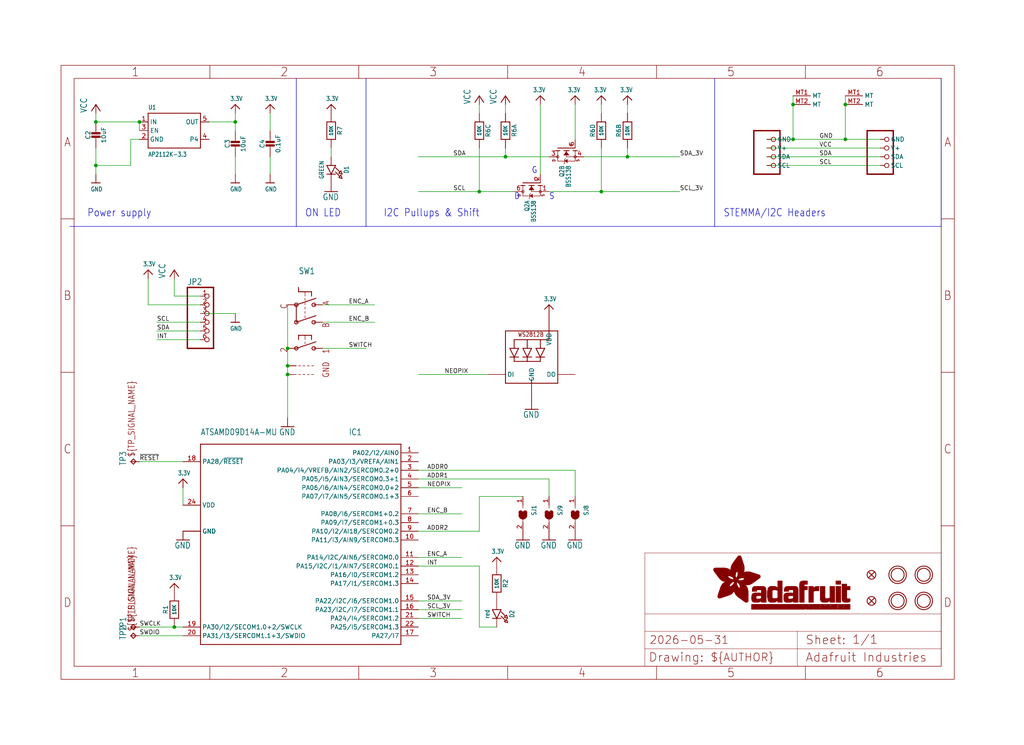
<source format=kicad_sch>
(kicad_sch (version 20230121) (generator eeschema)
  (paper "User" 298.45 217.322)
  (lib_symbols
    (symbol "working-eagle-import:3.3V" (power)
      (property "Value" "3.3V" (at -1.524 1.016 0))
      (symbol "3.3V_1_0"
        (pin power_in line (at 0 -2.54 90) (length 2.54) (name "3.3V") (number "1"))
      )
    )
    (symbol "working-eagle-import:ATSAMD09D14A-MU"
      (property "Reference" "IC" (at 12.7 33.02 0))
      (symbol "ATSAMD09D14A-MU_1_0"
        (pin bidirectional line (at 33.02 27.94 180) (length 5.08) (name "PA02/I2/AIN0") (number "1"))
        (pin bidirectional line (at 33.02 2.54 180) (length 5.08) (name "PA11/I3/AIN9/SERCOM0.3") (number "10"))
        (pin bidirectional line (at 33.02 -2.54 180) (length 5.08) (name "PA14/I2C/AIN6/SERCOM0.0") (number "11"))
        (pin bidirectional line (at 33.02 -5.08 180) (length 5.08) (name "PA15/I2C/I1/AIN7/SERCOM0.1") (number "12"))
        (pin bidirectional line (at 33.02 -7.62 180) (length 5.08) (name "PA16/I0/SERCOM1.2") (number "13"))
        (pin bidirectional line (at 33.02 -10.16 180) (length 5.08) (name "PA17/I1/SERCOM1.3") (number "14"))
        (pin bidirectional line (at 33.02 -15.24 180) (length 5.08) (name "PA22/I2C/I6/SERCOM1.0") (number "15"))
        (pin bidirectional line (at 33.02 -17.78 180) (length 5.08) (name "PA23/I2C/I7/SERCOM1.1") (number "16"))
        (pin bidirectional line (at 33.02 -25.4 180) (length 5.08) (name "PA27/I7") (number "17"))
        (pin bidirectional line (at -35.56 25.4 0) (length 5.08) (name "PA28/~{RESET}") (number "18"))
        (pin bidirectional line (at -35.56 -22.86 0) (length 5.08) (name "PA30/I2/SECOM1.0+2/SWCLK") (number "19"))
        (pin bidirectional line (at 33.02 25.4 180) (length 5.08) (name "PA03/I3/VREFA/AIN1") (number "2"))
        (pin bidirectional line (at -35.56 -25.4 0) (length 5.08) (name "PA31/I3/SERCOM1.1+3/SWDIO") (number "20"))
        (pin bidirectional line (at 33.02 -20.32 180) (length 5.08) (name "PA24/I4/SERCOM1.2") (number "21"))
        (pin bidirectional line (at 33.02 -22.86 180) (length 5.08) (name "PA25/I5/SERCOM1.3") (number "22"))
        (pin power_in line (at -35.56 5.08 0) (length 5.08) (name "GND") (number "23"))
        (pin power_in line (at -35.56 12.7 0) (length 5.08) (name "VDD") (number "24"))
        (pin bidirectional line (at 33.02 22.86 180) (length 5.08) (name "PA04/I4/VREFB/AIN2/SERCOM0.2+0") (number "3"))
        (pin bidirectional line (at 33.02 20.32 180) (length 5.08) (name "PA05/I5/AIN3/SERCOM0.3+1") (number "4"))
        (pin bidirectional line (at 33.02 17.78 180) (length 5.08) (name "PA06/I6/AIN4/SERCOM0.0+2") (number "5"))
        (pin bidirectional line (at 33.02 15.24 180) (length 5.08) (name "PA07/I7/AIN5/SERCOM0.1+3") (number "6"))
        (pin bidirectional line (at 33.02 10.16 180) (length 5.08) (name "PA08/I6/SERCOM1+0.2") (number "7"))
        (pin bidirectional line (at 33.02 7.62 180) (length 5.08) (name "PA09/I7/SERCOM1+0.3") (number "8"))
        (pin bidirectional line (at 33.02 5.08 180) (length 5.08) (name "PA10/I2/AI18/SERCOM0.2") (number "9"))
        (pin power_in line (at -35.56 5.08 0) (length 5.08) (name "GND") (number "THERM"))
      )
    )
    (symbol "working-eagle-import:CAP_CERAMIC0603_NO"
      (property "Reference" "C" (at -2.29 1.25 90))
      (symbol "CAP_CERAMIC0603_NO_1_0"
        (pin passive line (at 0 5.08 270) (length 2.54) (name "1") (number "1"))
        (pin passive line (at 0 -2.54 90) (length 2.54) (name "2") (number "2"))
      )
    )
    (symbol "working-eagle-import:CAP_CERAMIC0805-NOOUTLINE"
      (property "Reference" "C" (at -2.29 1.25 90))
      (symbol "CAP_CERAMIC0805-NOOUTLINE_1_0"
        (pin passive line (at 0 5.08 270) (length 2.54) (name "1") (number "1"))
        (pin passive line (at 0 -2.54 90) (length 2.54) (name "2") (number "2"))
      )
    )
    (symbol "working-eagle-import:ENCODER_PLUS_SWITCH_PEC11"
      (property "Reference" "SW" (at -1.905 13.97 0))
      (symbol "ENCODER_PLUS_SWITCH_PEC11_1_0"
        (text "1" (at 5.08 -7.62 900) (effects (font (size 1.778 1.5113)) (justify right top)))
        (text "2" (at -5.08 -8.89 900) (effects (font (size 1.778 1.5113)) (justify left bottom)))
        (text "A" (at 5.08 6.35 900) (effects (font (size 1.778 1.5113)) (justify right top)))
        (text "B" (at 5.08 0 900) (effects (font (size 1.778 1.5113)) (justify right top)))
        (text "C" (at -5.08 3.81 900) (effects (font (size 1.778 1.5113)) (justify left bottom)))
        (text "GND" (at 5.08 -11.43 900) (effects (font (size 1.778 1.5113)) (justify right top)))
        (pin passive line (at 5.08 -7.62 180) (length 2.54) (name "P$1") (number "P$1"))
        (pin passive line (at -5.08 -7.62 0) (length 2.54) (name "P$2") (number "P$2"))
        (pin passive line (at 5.08 5.08 180) (length 2.54) (name "P$A") (number "P$A"))
        (pin passive line (at 5.08 0 180) (length 2.54) (name "P$B") (number "P$B"))
        (pin passive line (at -5.08 5.08 0) (length 2.54) (name "P$C") (number "P$C"))
        (pin passive line (at -5.08 -12.7 0) (length 2.54) (name "P$GND1") (number "P$GND1"))
        (pin passive line (at -5.08 -15.24 0) (length 2.54) (name "P$GND2") (number "P$GND2"))
      )
    )
    (symbol "working-eagle-import:FIDUCIAL_1MM")
    (symbol "working-eagle-import:FRAME_A4_ADAFRUIT"
      (symbol "FRAME_A4_ADAFRUIT_1_0"
        (text "${#}/${##}" (at 230.505 10.16 0) (effects (font (size 2.54 2.54)) (justify left bottom)))
        (text "${AUTHOR}" (at 189.23 5.08 0) (effects (font (size 2.286 2.286)) (justify left bottom)))
        (text "${CURRENT_DATE}" (at 171.45 10.16 0) (effects (font (size 2.286 2.286)) (justify left bottom)))
        (text "${PROJECTNAME}" (at 171.45 15.24 0) (effects (font (size 2.54 2.54)) (justify left bottom)))
        (text "1" (at 21.6958 1.905 0) (effects (font (size 2.54 2.286))))
        (text "1" (at 21.6958 177.165 0) (effects (font (size 2.54 2.286))))
        (text "2" (at 65.0875 1.905 0) (effects (font (size 2.54 2.286))))
        (text "2" (at 65.0875 177.165 0) (effects (font (size 2.54 2.286))))
        (text "3" (at 108.4792 1.905 0) (effects (font (size 2.54 2.286))))
        (text "3" (at 108.4792 177.165 0) (effects (font (size 2.54 2.286))))
        (text "4" (at 151.8708 1.905 0) (effects (font (size 2.54 2.286))))
        (text "4" (at 151.8708 177.165 0) (effects (font (size 2.54 2.286))))
        (text "5" (at 195.2625 1.905 0) (effects (font (size 2.54 2.286))))
        (text "5" (at 195.2625 177.165 0) (effects (font (size 2.54 2.286))))
        (text "6" (at 238.6542 1.905 0) (effects (font (size 2.54 2.286))))
        (text "6" (at 238.6542 177.165 0) (effects (font (size 2.54 2.286))))
        (text "A" (at 1.905 156.6863 0) (effects (font (size 2.54 2.286))))
        (text "A" (at 258.445 156.6863 0) (effects (font (size 2.54 2.286))))
        (text "Adafruit Industries" (at 216.916 4.953 0) (effects (font (size 2.54 2.54)) (justify left bottom)))
        (text "B" (at 1.905 111.9188 0) (effects (font (size 2.54 2.286))))
        (text "B" (at 258.445 111.9188 0) (effects (font (size 2.54 2.286))))
        (text "C" (at 1.905 67.1513 0) (effects (font (size 2.54 2.286))))
        (text "C" (at 258.445 67.1513 0) (effects (font (size 2.54 2.286))))
        (text "D" (at 1.905 22.3838 0) (effects (font (size 2.54 2.286))))
        (text "D" (at 258.445 22.3838 0) (effects (font (size 2.54 2.286))))
        (text "Drawing:" (at 171.196 4.953 0) (effects (font (size 2.54 2.54)) (justify left bottom)))
        (text "Sheet:" (at 216.916 10.033 0) (effects (font (size 2.54 2.54)) (justify left bottom)))
      )
    )
    (symbol "working-eagle-import:GND" (power)
      (property "Value" "GND" (at -1.524 -2.54 0))
      (symbol "GND_1_0"
        (pin power_in line (at 0 2.54 270) (length 2.54) (name "GND") (number "1"))
      )
    )
    (symbol "working-eagle-import:HEADER-1X670MIL"
      (property "Reference" "JP" (at -6.35 10.795 0))
      (symbol "HEADER-1X670MIL_1_0"
        (pin passive inverted (at -2.54 7.62 0) (length 2.54) (name "1") (number "1"))
        (pin passive inverted (at -2.54 5.08 0) (length 2.54) (name "2") (number "2"))
        (pin passive inverted (at -2.54 2.54 0) (length 2.54) (name "3") (number "3"))
        (pin passive inverted (at -2.54 0 0) (length 2.54) (name "4") (number "4"))
        (pin passive inverted (at -2.54 -2.54 0) (length 2.54) (name "5") (number "5"))
        (pin passive inverted (at -2.54 -5.08 0) (length 2.54) (name "6") (number "6"))
      )
    )
    (symbol "working-eagle-import:LED0603_NOOUTLINE"
      (property "Reference" "D" (at -1.27 4.445 0))
      (symbol "LED0603_NOOUTLINE_1_0"
        (pin passive line (at -5.08 0 0) (length 2.54) (name "A") (number "A"))
        (pin passive line (at 2.54 0 180) (length 2.54) (name "C") (number "C"))
      )
    )
    (symbol "working-eagle-import:MOSFET-N_DUAL"
      (property "Reference" "Q" (at 5.08 0.635 0))
      (symbol "MOSFET-N_DUAL_1_0"
        (text "D" (at 3.175 3.175 0) (effects (font (size 0.8128 0.6908)) (justify left bottom)))
        (text "G" (at -1.27 -1.905 0) (effects (font (size 0.8128 0.6908)) (justify left bottom)))
        (text "S" (at 3.175 -3.81 0) (effects (font (size 0.8128 0.6908)) (justify left bottom)))
        (pin bidirectional line (at 2.54 -5.08 90) (length 2.54) (name "S") (number "1"))
        (pin bidirectional line (at -2.54 -2.54 0) (length 2.54) (name "G") (number "2"))
        (pin bidirectional line (at 2.54 5.08 270) (length 2.54) (name "D") (number "6"))
      )
      (symbol "MOSFET-N_DUAL_2_0"
        (text "D" (at 3.175 3.175 0) (effects (font (size 0.8128 0.6908)) (justify left bottom)))
        (text "G" (at -1.27 -1.905 0) (effects (font (size 0.8128 0.6908)) (justify left bottom)))
        (text "S" (at 3.175 -3.81 0) (effects (font (size 0.8128 0.6908)) (justify left bottom)))
        (pin bidirectional line (at 2.54 5.08 270) (length 2.54) (name "D") (number "3"))
        (pin bidirectional line (at 2.54 -5.08 90) (length 2.54) (name "S") (number "4"))
        (pin bidirectional line (at -2.54 -2.54 0) (length 2.54) (name "G") (number "5"))
      )
    )
    (symbol "working-eagle-import:MOUNTINGHOLE2.5")
    (symbol "working-eagle-import:RESISTOR_0603_NOOUT"
      (property "Reference" "R" (at 0 2.54 0))
      (symbol "RESISTOR_0603_NOOUT_1_0"
        (pin passive line (at -5.08 0 0) (length 2.54) (name "1") (number "1"))
        (pin passive line (at 5.08 0 180) (length 2.54) (name "2") (number "2"))
      )
    )
    (symbol "working-eagle-import:RESISTOR_4PACK"
      (property "Reference" "R" (at 0 2.54 0))
      (symbol "RESISTOR_4PACK_1_0"
        (pin passive line (at -5.08 0 0) (length 2.54) (name "1") (number "1"))
        (pin passive line (at 5.08 0 180) (length 2.54) (name "2") (number "8"))
      )
      (symbol "RESISTOR_4PACK_2_0"
        (pin passive line (at -5.08 0 0) (length 2.54) (name "1") (number "2"))
        (pin passive line (at 5.08 0 180) (length 2.54) (name "2") (number "7"))
      )
      (symbol "RESISTOR_4PACK_3_0"
        (pin passive line (at -5.08 0 0) (length 2.54) (name "1") (number "3"))
        (pin passive line (at 5.08 0 180) (length 2.54) (name "2") (number "6"))
      )
      (symbol "RESISTOR_4PACK_4_0"
        (pin passive line (at -5.08 0 0) (length 2.54) (name "1") (number "4"))
        (pin passive line (at 5.08 0 180) (length 2.54) (name "2") (number "5"))
      )
    )
    (symbol "working-eagle-import:SOLDERJUMPER"
      (property "Reference" "SJ" (at -2.54 2.54 0))
      (symbol "SOLDERJUMPER_1_0"
        (pin passive line (at -5.08 0 0) (length 2.54) (name "1") (number "1"))
        (pin passive line (at 5.08 0 180) (length 2.54) (name "2") (number "2"))
      )
    )
    (symbol "working-eagle-import:STEMMA_I2C_QT"
      (symbol "STEMMA_I2C_QT_1_0"
        (pin passive inverted (at 0 5.08 0) (length 2.54) (name "GND") (number "1"))
        (pin passive inverted (at 0 2.54 0) (length 2.54) (name "V+") (number "2"))
        (pin passive inverted (at 0 0 0) (length 2.54) (name "SDA") (number "3"))
        (pin passive inverted (at 0 -2.54 0) (length 2.54) (name "SCL") (number "4"))
      )
      (symbol "STEMMA_I2C_QT_2_0"
        (pin bidirectional line (at 0 0 0) (length 5.08) (name "MT") (number "MT1"))
      )
      (symbol "STEMMA_I2C_QT_3_0"
        (pin bidirectional line (at 0 0 0) (length 5.08) (name "MT") (number "MT2"))
      )
    )
    (symbol "working-eagle-import:TPTP15R"
      (property "Reference" "TP" (at -1.27 1.27 0))
      (symbol "TPTP15R_1_0"
        (text "${TP_SIGNAL_NAME}" (at 1.27 -1.27 0) (effects (font (size 1.778 1.5113)) (justify left bottom)))
        (pin input line (at 0 -2.54 90) (length 2.54) (name "TP") (number "TP"))
      )
    )
    (symbol "working-eagle-import:VCC" (power)
      (property "Value" "VCC" (at -2.54 -2.54 90))
      (symbol "VCC_1_0"
        (pin power_in line (at 0 -2.54 90) (length 2.54) (name "VCC") (number "1"))
      )
    )
    (symbol "working-eagle-import:VREG_SOT23-5"
      (property "Reference" "U" (at -7.62 6.096 0))
      (symbol "VREG_SOT23-5_1_0"
        (pin power_in line (at -10.16 2.54 0) (length 2.54) (name "IN") (number "1"))
        (pin power_in line (at -10.16 -2.54 0) (length 2.54) (name "GND") (number "2"))
        (pin input line (at -10.16 0 0) (length 2.54) (name "EN") (number "3"))
        (pin bidirectional line (at 10.16 -2.54 180) (length 2.54) (name "P4") (number "4"))
        (pin power_in line (at 10.16 2.54 180) (length 2.54) (name "OUT") (number "5"))
      )
    )
    (symbol "working-eagle-import:WS2812B_SK6812E"
      (symbol "WS2812B_SK6812E_1_0"
        (text "WS2812B" (at -4.064 8.382 0) (effects (font (size 1.27 1.0795)) (justify left bottom)))
        (pin power_in line (at 5.08 15.24 270) (length 5.08) (name "VDD") (number "1-VDD"))
        (pin output line (at 12.7 -2.54 180) (length 5.08) (name "DO") (number "2-DOUT"))
        (pin power_in line (at 0 -10.16 90) (length 5.08) (name "GND") (number "3-GND"))
        (pin input line (at -12.7 -2.54 0) (length 5.08) (name "DI") (number "4-DIN"))
      )
    )
    (symbol "working-eagle-import:supply1_GND" (power)
      (property "Value" "supply1_GND" (at -2.54 -2.54 0))
      (symbol "supply1_GND_1_0"
        (pin power_in line (at 0 2.54 270) (length 2.54) (name "GND") (number "1"))
      )
    )
  )
  (junction (at 27.94 35.56))
  (junction (at 40.64 35.56))
  (junction (at 139.7 55.88))
  (junction (at 68.58 35.56))
  (junction (at 27.94 48.26))
  (junction (at 83.82 109.22))
  (junction (at 50.8 182.88))
  (junction (at 182.88 45.72))
  (junction (at 147.32 45.72))
  (junction (at 231.14 40.64))
  (junction (at 246.38 30.48))
  (junction (at 246.38 40.64))
  (junction (at 231.14 30.48))
  (junction (at 175.26 55.88))
  (junction (at 83.82 106.68))
  (junction (at 83.82 101.6))
  (polyline (pts (xy 86.36 22.86) (xy 86.36 66.04)) (stroke (width 0.1524) (type solid)))
  (wire (pts (xy 121.92 149.86) (xy 134.62 149.86)) (stroke (width 0.1524)))
  (polyline (pts (xy 208.28 22.86) (xy 208.28 66.04)) (stroke (width 0.1524) (type solid)))
  (wire (pts (xy 170.18 45.72) (xy 182.88 45.72)) (stroke (width 0.1524)))
  (wire (pts (xy 223.52 43.18) (xy 256.54 43.18)) (stroke (width 0.1524)))
  (wire (pts (xy 182.88 33.02) (xy 182.88 30.48)) (stroke (width 0.1524)))
  (wire (pts (xy 83.82 106.68) (xy 83.82 109.22)) (stroke (width 0.1524)))
  (wire (pts (xy 83.82 101.6) (xy 83.82 106.68)) (stroke (width 0.1524)))
  (wire (pts (xy 223.52 48.26) (xy 256.54 48.26)) (stroke (width 0.1524)))
  (wire (pts (xy 78.74 45.72) (xy 78.74 50.8)) (stroke (width 0.1524)))
  (wire (pts (xy 139.7 154.94) (xy 139.7 144.78)) (stroke (width 0.1524)))
  (wire (pts (xy 182.88 45.72) (xy 198.12 45.72)) (stroke (width 0.1524)))
  (wire (pts (xy 121.92 154.94) (xy 139.7 154.94)) (stroke (width 0.1524)))
  (wire (pts (xy 93.98 101.6) (xy 106.68 101.6)) (stroke (width 0.1524)))
  (wire (pts (xy 50.8 86.36) (xy 50.8 81.28)) (stroke (width 0.1524)))
  (wire (pts (xy 182.88 43.18) (xy 182.88 45.72)) (stroke (width 0.1524)))
  (wire (pts (xy 121.92 175.26) (xy 134.62 175.26)) (stroke (width 0.1524)))
  (wire (pts (xy 139.7 165.1) (xy 139.7 182.88)) (stroke (width 0.1524)))
  (wire (pts (xy 83.82 109.22) (xy 83.82 121.92)) (stroke (width 0.1524)))
  (wire (pts (xy 175.26 55.88) (xy 198.12 55.88)) (stroke (width 0.1524)))
  (wire (pts (xy 40.64 40.64) (xy 38.1 40.64)) (stroke (width 0.1524)))
  (wire (pts (xy 121.92 142.24) (xy 134.62 142.24)) (stroke (width 0.1524)))
  (wire (pts (xy 139.7 55.88) (xy 121.92 55.88)) (stroke (width 0.1524)))
  (wire (pts (xy 68.58 45.72) (xy 68.58 50.8)) (stroke (width 0.1524)))
  (wire (pts (xy 53.34 134.62) (xy 40.64 134.62)) (stroke (width 0.1524)))
  (wire (pts (xy 231.14 40.64) (xy 246.38 40.64)) (stroke (width 0.1524)))
  (wire (pts (xy 231.14 27.94) (xy 231.14 30.48)) (stroke (width 0.1524)))
  (wire (pts (xy 53.34 142.24) (xy 53.34 147.32)) (stroke (width 0.1524)))
  (polyline (pts (xy 106.68 22.86) (xy 106.68 66.04)) (stroke (width 0.1524) (type solid)))
  (wire (pts (xy 160.02 139.7) (xy 160.02 144.78)) (stroke (width 0.1524)))
  (wire (pts (xy 175.26 43.18) (xy 175.26 55.88)) (stroke (width 0.1524)))
  (polyline (pts (xy 106.68 66.04) (xy 208.28 66.04)) (stroke (width 0.1524) (type solid)))
  (wire (pts (xy 147.32 43.18) (xy 147.32 45.72)) (stroke (width 0.1524)))
  (wire (pts (xy 157.48 50.8) (xy 157.48 30.48)) (stroke (width 0.1524)))
  (wire (pts (xy 139.7 43.18) (xy 139.7 55.88)) (stroke (width 0.1524)))
  (wire (pts (xy 139.7 144.78) (xy 152.4 144.78)) (stroke (width 0.1524)))
  (polyline (pts (xy 86.36 66.04) (xy 106.68 66.04)) (stroke (width 0.1524) (type solid)))
  (wire (pts (xy 58.42 88.9) (xy 43.18 88.9)) (stroke (width 0.1524)))
  (wire (pts (xy 147.32 33.02) (xy 147.32 30.48)) (stroke (width 0.1524)))
  (polyline (pts (xy 208.28 66.04) (xy 274.32 66.04)) (stroke (width 0.1524) (type solid)))
  (wire (pts (xy 83.82 88.9) (xy 83.82 101.6)) (stroke (width 0.1524)))
  (wire (pts (xy 27.94 33.02) (xy 27.94 35.56)) (stroke (width 0.1524)))
  (polyline (pts (xy 274.32 22.86) (xy 274.32 66.04)) (stroke (width 0.1524) (type solid)))
  (wire (pts (xy 27.94 48.26) (xy 27.94 50.8)) (stroke (width 0.1524)))
  (wire (pts (xy 40.64 182.88) (xy 50.8 182.88)) (stroke (width 0.1524)))
  (wire (pts (xy 175.26 33.02) (xy 175.26 30.48)) (stroke (width 0.1524)))
  (wire (pts (xy 167.64 40.64) (xy 167.64 30.48)) (stroke (width 0.1524)))
  (wire (pts (xy 167.64 137.16) (xy 167.64 144.78)) (stroke (width 0.1524)))
  (wire (pts (xy 149.86 55.88) (xy 139.7 55.88)) (stroke (width 0.1524)))
  (wire (pts (xy 121.92 165.1) (xy 139.7 165.1)) (stroke (width 0.1524)))
  (wire (pts (xy 50.8 182.88) (xy 53.34 182.88)) (stroke (width 0.1524)))
  (wire (pts (xy 160.02 55.88) (xy 175.26 55.88)) (stroke (width 0.1524)))
  (wire (pts (xy 38.1 40.64) (xy 38.1 48.26)) (stroke (width 0.1524)))
  (wire (pts (xy 43.18 88.9) (xy 43.18 81.28)) (stroke (width 0.1524)))
  (wire (pts (xy 246.38 30.48) (xy 246.38 40.64)) (stroke (width 0.1524)))
  (wire (pts (xy 139.7 30.48) (xy 139.7 33.02)) (stroke (width 0.1524)))
  (wire (pts (xy 142.24 109.22) (xy 121.92 109.22)) (stroke (width 0.1524)))
  (wire (pts (xy 40.64 38.1) (xy 40.64 35.56)) (stroke (width 0.1524)))
  (wire (pts (xy 68.58 35.56) (xy 68.58 33.02)) (stroke (width 0.1524)))
  (wire (pts (xy 96.52 45.72) (xy 96.52 43.18)) (stroke (width 0.1524)))
  (wire (pts (xy 231.14 30.48) (xy 231.14 40.64)) (stroke (width 0.1524)))
  (wire (pts (xy 121.92 139.7) (xy 160.02 139.7)) (stroke (width 0.1524)))
  (wire (pts (xy 246.38 27.94) (xy 246.38 30.48)) (stroke (width 0.1524)))
  (wire (pts (xy 68.58 35.56) (xy 68.58 38.1)) (stroke (width 0.1524)))
  (wire (pts (xy 60.96 35.56) (xy 68.58 35.56)) (stroke (width 0.1524)))
  (wire (pts (xy 121.92 177.8) (xy 134.62 177.8)) (stroke (width 0.1524)))
  (wire (pts (xy 58.42 86.36) (xy 50.8 86.36)) (stroke (width 0.1524)))
  (wire (pts (xy 40.64 35.56) (xy 27.94 35.56)) (stroke (width 0.1524)))
  (wire (pts (xy 121.92 180.34) (xy 134.62 180.34)) (stroke (width 0.1524)))
  (wire (pts (xy 93.98 88.9) (xy 109.22 88.9)) (stroke (width 0.1524)))
  (wire (pts (xy 160.02 45.72) (xy 147.32 45.72)) (stroke (width 0.1524)))
  (wire (pts (xy 256.54 45.72) (xy 223.52 45.72)) (stroke (width 0.1524)))
  (wire (pts (xy 58.42 91.44) (xy 68.58 91.44)) (stroke (width 0.1524)))
  (wire (pts (xy 53.34 185.42) (xy 40.64 185.42)) (stroke (width 0.1524)))
  (wire (pts (xy 231.14 40.64) (xy 223.52 40.64)) (stroke (width 0.1524)))
  (wire (pts (xy 93.98 93.98) (xy 109.22 93.98)) (stroke (width 0.1524)))
  (wire (pts (xy 58.42 99.06) (xy 45.72 99.06)) (stroke (width 0.1524)))
  (wire (pts (xy 38.1 48.26) (xy 27.94 48.26)) (stroke (width 0.1524)))
  (wire (pts (xy 139.7 182.88) (xy 144.78 182.88)) (stroke (width 0.1524)))
  (wire (pts (xy 256.54 40.64) (xy 246.38 40.64)) (stroke (width 0.1524)))
  (polyline (pts (xy 20.32 66.04) (xy 86.36 66.04)) (stroke (width 0.1524) (type solid)))
  (wire (pts (xy 121.92 137.16) (xy 167.64 137.16)) (stroke (width 0.1524)))
  (wire (pts (xy 27.94 48.26) (xy 27.94 43.18)) (stroke (width 0.1524)))
  (wire (pts (xy 58.42 93.98) (xy 45.72 93.98)) (stroke (width 0.1524)))
  (wire (pts (xy 121.92 162.56) (xy 134.62 162.56)) (stroke (width 0.1524)))
  (wire (pts (xy 147.32 45.72) (xy 121.92 45.72)) (stroke (width 0.1524)))
  (wire (pts (xy 78.74 33.02) (xy 78.74 38.1)) (stroke (width 0.1524)))
  (wire (pts (xy 58.42 96.52) (xy 45.72 96.52)) (stroke (width 0.1524)))
  (text "I2C Pullups & Shift" (at 111.76 63.5 0) (effects (font (size 2.1844 1.8567)) (justify left bottom)))
  (text "D" (at 149.86 58.42 0) (effects (font (size 1.778 1.5113)) (justify left bottom)))
  (text "STEMMA/I2C Headers" (at 210.82 63.5 0) (effects (font (size 2.1844 1.8567)) (justify left bottom)))
  (text "Power supply" (at 25.4 63.5 0) (effects (font (size 2.1844 1.8567)) (justify left bottom)))
  (text "S" (at 160.02 58.42 0) (effects (font (size 1.778 1.5113)) (justify left bottom)))
  (text "G" (at 154.94 50.8 0) (effects (font (size 1.778 1.5113)) (justify left bottom)))
  (text "ON LED" (at 88.9 63.5 0) (effects (font (size 2.1844 1.8567)) (justify left bottom)))
  (label "ADDR1" (at 124.46 139.7 0) (effects (font (size 1.2446 1.2446))))
  (label "SCL_3V" (at 124.46 177.8 0) (effects (font (size 1.2446 1.2446))))
  (label "GND" (at 238.76 40.64 0) (effects (font (size 1.2446 1.2446))))
  (label "ADDR2" (at 124.46 154.94 0) (effects (font (size 1.2446 1.2446))))
  (label "SDA" (at 238.76 45.72 0) (effects (font (size 1.2446 1.2446))))
  (label "ENC_A" (at 101.6 88.9 0) (effects (font (size 1.2446 1.2446))))
  (label "SCL" (at 45.72 93.98 0) (effects (font (size 1.2446 1.2446))))
  (label "SCL" (at 132.08 55.88 0) (effects (font (size 1.2446 1.2446))))
  (label "INT" (at 45.72 99.06 0) (effects (font (size 1.2446 1.2446))))
  (label "SDA" (at 132.08 45.72 0) (effects (font (size 1.2446 1.2446))))
  (label "SWCLK" (at 40.64 182.88 0) (effects (font (size 1.2446 1.2446))))
  (label "INT" (at 124.46 165.1 0) (effects (font (size 1.2446 1.2446))))
  (label "~{RESET}" (at 40.64 134.62 0) (effects (font (size 1.2446 1.2446))))
  (label "NEOPIX" (at 129.54 109.22 0) (effects (font (size 1.2446 1.2446))))
  (label "SCL_3V" (at 198.12 55.88 0) (effects (font (size 1.2446 1.2446))))
  (label "ENC_B" (at 101.6 93.98 0) (effects (font (size 1.2446 1.2446))))
  (label "SDA_3V" (at 124.46 175.26 0) (effects (font (size 1.2446 1.2446))))
  (label "SWITCH" (at 101.6 101.6 0) (effects (font (size 1.2446 1.2446))))
  (label "SDA" (at 45.72 96.52 0) (effects (font (size 1.2446 1.2446))))
  (label "SWITCH" (at 124.46 180.34 0) (effects (font (size 1.2446 1.2446))))
  (label "SDA_3V" (at 198.12 45.72 0) (effects (font (size 1.2446 1.2446))))
  (label "VCC" (at 238.76 43.18 0) (effects (font (size 1.2446 1.2446))))
  (label "ADDR0" (at 124.46 137.16 0) (effects (font (size 1.2446 1.2446))))
  (label "SWDIO" (at 40.64 185.42 0) (effects (font (size 1.2446 1.2446))))
  (label "ENC_B" (at 124.46 149.86 0) (effects (font (size 1.2446 1.2446))))
  (label "SCL" (at 238.76 48.26 0) (effects (font (size 1.2446 1.2446))))
  (label "NEOPIX" (at 124.46 142.24 0) (effects (font (size 1.2446 1.2446))))
  (label "ENC_A" (at 124.46 162.56 0) (effects (font (size 1.2446 1.2446))))
  (symbol (lib_id "working-eagle-import:TPTP15R") (at 38.1 185.42 90) (unit 1)
    (property "Reference" "TP2" (at 36.83 186.69 0) (effects (font (size 1.778 1.5113)) (justify left bottom)))
    (property "Value" "TPTP15R" (effects hide))
    (property "Footprint" "working:TP15R" (effects hide))
  )
  (symbol (lib_id "working-eagle-import:3.3V") (at 50.8 170.18 0) (unit 1)
    (property "Reference" "#U$8" (effects hide))
    (property "Value" "3.3V" (at 49.276 169.164 0) (effects (font (size 1.27 1.0795)) (justify left bottom)))
  )
  (symbol (lib_id "working-eagle-import:MOUNTINGHOLE2.5") (at 269.24 175.26 0) (unit 1)
    (property "Reference" "U$30" (effects hide))
    (property "Value" "MOUNTINGHOLE2.5" (effects hide))
    (property "Footprint" "working:MOUNTINGHOLE_2.5_PLATED" (effects hide))
  )
  (symbol (lib_id "working-eagle-import:TPTP15R") (at 38.1 134.62 90) (unit 1)
    (property "Reference" "TP3" (at 36.83 135.89 0) (effects (font (size 1.778 1.5113)) (justify left bottom)))
    (property "Value" "TPTP15R" (effects hide))
    (property "Footprint" "working:TP15R" (effects hide))
  )
  (symbol (lib_id "working-eagle-import:FIDUCIAL_1MM") (at 254 175.26 0) (unit 1)
    (property "Reference" "FID3" (effects hide))
    (property "Value" "FIDUCIAL_1MM" (effects hide))
    (property "Footprint" "working:FIDUCIAL_1MM" (effects hide))
  )
  (symbol (lib_id "working-eagle-import:RESISTOR_0603_NOOUT") (at 144.78 170.18 270) (unit 1)
    (property "Reference" "R2" (at 147.32 170.18 0))
    (property "Value" "10K" (at 144.78 170.18 0) (effects (font (size 1.016 1.016) bold)))
    (property "Footprint" "working:0603-NO" (effects hide))
  )
  (symbol (lib_id "working-eagle-import:STEMMA_I2C_QT") (at 246.38 30.48 0) (unit 3)
    (property "Reference" "CONN4" (effects hide))
    (property "Value" "STEMMA_I2C_QT" (effects hide))
    (property "Footprint" "working:JST_SH4" (effects hide))
  )
  (symbol (lib_id "working-eagle-import:MOUNTINGHOLE2.5") (at 261.62 175.26 0) (unit 1)
    (property "Reference" "U$25" (effects hide))
    (property "Value" "MOUNTINGHOLE2.5" (effects hide))
    (property "Footprint" "working:MOUNTINGHOLE_2.5_PLATED" (effects hide))
  )
  (symbol (lib_id "working-eagle-import:SOLDERJUMPER") (at 160.02 149.86 270) (unit 1)
    (property "Reference" "SJ9" (at 162.56 147.32 0) (effects (font (size 1.27 1.0795)) (justify left bottom)))
    (property "Value" "SOLDERJUMPER" (effects hide))
    (property "Footprint" "working:SOLDERJUMPER_ARROW_NOPASTE" (effects hide))
  )
  (symbol (lib_id "working-eagle-import:3.3V") (at 175.26 27.94 0) (mirror y) (unit 1)
    (property "Reference" "#U$24" (effects hide))
    (property "Value" "3.3V" (at 176.784 26.924 0) (effects (font (size 1.27 1.0795)) (justify left bottom)))
  )
  (symbol (lib_id "working-eagle-import:RESISTOR_4PACK") (at 139.7 38.1 270) (unit 3)
    (property "Reference" "R6" (at 142.24 38.1 0))
    (property "Value" "10K" (at 139.7 38.1 0) (effects (font (size 1.016 1.016) bold)))
    (property "Footprint" "working:RESPACK_4X0603" (effects hide))
  )
  (symbol (lib_id "working-eagle-import:CAP_CERAMIC0603_NO") (at 78.74 43.18 0) (unit 1)
    (property "Reference" "C4" (at 76.45 41.93 90))
    (property "Value" "0.1uF" (at 81.04 41.93 90))
    (property "Footprint" "working:0603-NO" (effects hide))
  )
  (symbol (lib_id "working-eagle-import:STEMMA_I2C_QT") (at 256.54 45.72 0) (unit 1)
    (property "Reference" "CONN4" (effects hide))
    (property "Value" "STEMMA_I2C_QT" (effects hide))
    (property "Footprint" "working:JST_SH4" (effects hide))
  )
  (symbol (lib_id "working-eagle-import:3.3V") (at 144.78 162.56 0) (unit 1)
    (property "Reference" "#U$2" (effects hide))
    (property "Value" "3.3V" (at 143.256 161.544 0) (effects (font (size 1.27 1.0795)) (justify left bottom)))
  )
  (symbol (lib_id "working-eagle-import:3.3V") (at 53.34 139.7 0) (unit 1)
    (property "Reference" "#U$3" (effects hide))
    (property "Value" "3.3V" (at 51.816 138.684 0) (effects (font (size 1.27 1.0795)) (justify left bottom)))
  )
  (symbol (lib_id "working-eagle-import:supply1_GND") (at 154.94 119.38 0) (unit 1)
    (property "Reference" "#GND8" (effects hide))
    (property "Value" "GND" (at 152.4 121.92 0) (effects (font (size 1.778 1.5113)) (justify left bottom)))
  )
  (symbol (lib_id "working-eagle-import:supply1_GND") (at 53.34 157.48 0) (unit 1)
    (property "Reference" "#GND1" (effects hide))
    (property "Value" "GND" (at 50.8 160.02 0) (effects (font (size 1.778 1.5113)) (justify left bottom)))
  )
  (symbol (lib_id "working-eagle-import:GND") (at 68.58 93.98 0) (unit 1)
    (property "Reference" "#U$10" (effects hide))
    (property "Value" "GND" (at 67.056 96.52 0) (effects (font (size 1.27 1.0795)) (justify left bottom)))
  )
  (symbol (lib_id "working-eagle-import:STEMMA_I2C_QT") (at 231.14 27.94 0) (unit 2)
    (property "Reference" "CONN3" (effects hide))
    (property "Value" "STEMMA_I2C_QT" (effects hide))
    (property "Footprint" "working:JST_SH4" (effects hide))
  )
  (symbol (lib_id "working-eagle-import:VCC") (at 27.94 30.48 0) (unit 1)
    (property "Reference" "#P+3" (effects hide))
    (property "Value" "VCC" (at 25.4 33.02 90) (effects (font (size 1.778 1.5113)) (justify left bottom)))
  )
  (symbol (lib_id "working-eagle-import:FRAME_A4_ADAFRUIT") (at 17.78 198.12 0) (unit 1)
    (property "Reference" "#U$28" (effects hide))
    (property "Value" "FRAME_A4_ADAFRUIT" (effects hide))
  )
  (symbol (lib_id "working-eagle-import:MOUNTINGHOLE2.5") (at 269.24 167.64 0) (unit 1)
    (property "Reference" "U$29" (effects hide))
    (property "Value" "MOUNTINGHOLE2.5" (effects hide))
    (property "Footprint" "working:MOUNTINGHOLE_2.5_PLATED" (effects hide))
  )
  (symbol (lib_id "working-eagle-import:FIDUCIAL_1MM") (at 254 167.64 0) (unit 1)
    (property "Reference" "FID4" (effects hide))
    (property "Value" "FIDUCIAL_1MM" (effects hide))
    (property "Footprint" "working:FIDUCIAL_1MM" (effects hide))
  )
  (symbol (lib_id "working-eagle-import:RESISTOR_4PACK") (at 147.32 38.1 270) (unit 1)
    (property "Reference" "R6" (at 149.86 38.1 0))
    (property "Value" "10K" (at 147.32 38.1 0) (effects (font (size 1.016 1.016) bold)))
    (property "Footprint" "working:RESPACK_4X0603" (effects hide))
  )
  (symbol (lib_id "working-eagle-import:supply1_GND") (at 167.64 157.48 0) (unit 1)
    (property "Reference" "#GND6" (effects hide))
    (property "Value" "GND" (at 165.1 160.02 0) (effects (font (size 1.778 1.5113)) (justify left bottom)))
  )
  (symbol (lib_id "working-eagle-import:ENCODER_PLUS_SWITCH_PEC11") (at 88.9 93.98 0) (unit 1)
    (property "Reference" "SW1" (at 86.995 80.01 0) (effects (font (size 1.778 1.5113)) (justify left bottom)))
    (property "Value" "ENCODER_PLUS_SWITCH_PEC11" (effects hide))
    (property "Footprint" "working:PEC11+SWITCH" (effects hide))
  )
  (symbol (lib_id "working-eagle-import:supply1_GND") (at 160.02 157.48 0) (unit 1)
    (property "Reference" "#GND5" (effects hide))
    (property "Value" "GND" (at 157.48 160.02 0) (effects (font (size 1.778 1.5113)) (justify left bottom)))
  )
  (symbol (lib_id "working-eagle-import:MOUNTINGHOLE2.5") (at 261.62 167.64 0) (unit 1)
    (property "Reference" "U$27" (effects hide))
    (property "Value" "MOUNTINGHOLE2.5" (effects hide))
    (property "Footprint" "working:MOUNTINGHOLE_2.5_PLATED" (effects hide))
  )
  (symbol (lib_id "working-eagle-import:STEMMA_I2C_QT") (at 231.14 30.48 0) (unit 3)
    (property "Reference" "CONN3" (effects hide))
    (property "Value" "STEMMA_I2C_QT" (effects hide))
    (property "Footprint" "working:JST_SH4" (effects hide))
  )
  (symbol (lib_id "working-eagle-import:GND") (at 78.74 53.34 0) (unit 1)
    (property "Reference" "#U$6" (effects hide))
    (property "Value" "GND" (at 77.216 55.88 0) (effects (font (size 1.27 1.0795)) (justify left bottom)))
  )
  (symbol (lib_id "working-eagle-import:supply1_GND") (at 152.4 157.48 0) (unit 1)
    (property "Reference" "#GND4" (effects hide))
    (property "Value" "GND" (at 149.86 160.02 0) (effects (font (size 1.778 1.5113)) (justify left bottom)))
  )
  (symbol (lib_id "working-eagle-import:VCC") (at 50.8 78.74 0) (unit 1)
    (property "Reference" "#P+4" (effects hide))
    (property "Value" "VCC" (at 48.26 81.28 90) (effects (font (size 1.778 1.5113)) (justify left bottom)))
  )
  (symbol (lib_id "working-eagle-import:RESISTOR_0603_NOOUT") (at 50.8 177.8 90) (unit 1)
    (property "Reference" "R1" (at 48.26 177.8 0))
    (property "Value" "10K" (at 50.8 177.8 0) (effects (font (size 1.016 1.016) bold)))
    (property "Footprint" "working:0603-NO" (effects hide))
  )
  (symbol (lib_id "working-eagle-import:HEADER-1X670MIL") (at 60.96 93.98 0) (unit 1)
    (property "Reference" "JP2" (at 54.61 83.185 0) (effects (font (size 1.778 1.5113)) (justify left bottom)))
    (property "Value" "HEADER-1X670MIL" (effects hide))
    (property "Footprint" "working:1X06_ROUND_70" (effects hide))
  )
  (symbol (lib_id "working-eagle-import:3.3V") (at 157.48 27.94 0) (mirror y) (unit 1)
    (property "Reference" "#U$26" (effects hide))
    (property "Value" "3.3V" (at 159.004 26.924 0) (effects (font (size 1.27 1.0795)) (justify left bottom)))
  )
  (symbol (lib_id "working-eagle-import:TPTP15R") (at 38.1 182.88 90) (unit 1)
    (property "Reference" "TP1" (at 36.83 184.15 0) (effects (font (size 1.778 1.5113)) (justify left bottom)))
    (property "Value" "TPTP15R" (effects hide))
    (property "Footprint" "working:TP15R" (effects hide))
  )
  (symbol (lib_id "working-eagle-import:VCC") (at 147.32 27.94 0) (unit 1)
    (property "Reference" "#P+2" (effects hide))
    (property "Value" "VCC" (at 144.78 30.48 90) (effects (font (size 1.778 1.5113)) (justify left bottom)))
  )
  (symbol (lib_id "working-eagle-import:STEMMA_I2C_QT") (at 246.38 27.94 0) (unit 2)
    (property "Reference" "CONN4" (effects hide))
    (property "Value" "STEMMA_I2C_QT" (effects hide))
    (property "Footprint" "working:JST_SH4" (effects hide))
  )
  (symbol (lib_id "working-eagle-import:WS2812B_SK6812E") (at 154.94 106.68 0) (unit 1)
    (property "Reference" "LED1" (effects hide))
    (property "Value" "WS2812B_SK6812E" (effects hide))
    (property "Footprint" "working:NEO3535_REVERSE" (effects hide))
  )
  (symbol (lib_id "working-eagle-import:3.3V") (at 43.18 78.74 0) (unit 1)
    (property "Reference" "#U$18" (effects hide))
    (property "Value" "3.3V" (at 41.656 77.724 0) (effects (font (size 1.27 1.0795)) (justify left bottom)))
  )
  (symbol (lib_id "working-eagle-import:3.3V") (at 96.52 30.48 0) (unit 1)
    (property "Reference" "#U$31" (effects hide))
    (property "Value" "3.3V" (at 94.996 29.464 0) (effects (font (size 1.27 1.0795)) (justify left bottom)))
  )
  (symbol (lib_id "working-eagle-import:MOSFET-N_DUAL") (at 165.1 43.18 90) (mirror x) (unit 2)
    (property "Reference" "Q2" (at 164.465 48.26 0) (effects (font (size 1.27 1.0795)) (justify left bottom)))
    (property "Value" "BSS138" (at 166.37 48.26 0) (effects (font (size 1.27 1.0795)) (justify left bottom)))
    (property "Footprint" "working:SOT363" (effects hide))
  )
  (symbol (lib_id "working-eagle-import:STEMMA_I2C_QT") (at 223.52 45.72 0) (unit 1)
    (property "Reference" "CONN3" (effects hide))
    (property "Value" "STEMMA_I2C_QT" (effects hide))
    (property "Footprint" "working:JST_SH4" (effects hide))
  )
  (symbol (lib_id "working-eagle-import:VCC") (at 139.7 27.94 0) (unit 1)
    (property "Reference" "#P+1" (effects hide))
    (property "Value" "VCC" (at 137.16 30.48 90) (effects (font (size 1.778 1.5113)) (justify left bottom)))
  )
  (symbol (lib_id "working-eagle-import:MOSFET-N_DUAL") (at 154.94 53.34 90) (mirror x) (unit 1)
    (property "Reference" "Q2" (at 154.305 58.42 0) (effects (font (size 1.27 1.0795)) (justify left bottom)))
    (property "Value" "BSS138" (at 156.21 58.42 0) (effects (font (size 1.27 1.0795)) (justify left bottom)))
    (property "Footprint" "working:SOT363" (effects hide))
  )
  (symbol (lib_id "working-eagle-import:LED0603_NOOUTLINE") (at 144.78 180.34 270) (unit 1)
    (property "Reference" "D2" (at 149.225 179.07 0) (effects (font (size 1.27 1.0795))))
    (property "Value" "red" (at 141.986 179.07 0) (effects (font (size 1.27 1.0795))))
    (property "Footprint" "working:CHIPLED_0603_NOOUTLINE" (effects hide))
  )
  (symbol (lib_id "working-eagle-import:LED0603_NOOUTLINE") (at 96.52 50.8 270) (unit 1)
    (property "Reference" "D1" (at 100.965 49.53 0) (effects (font (size 1.27 1.0795))))
    (property "Value" "GREEN" (at 93.726 49.53 0) (effects (font (size 1.27 1.0795))))
    (property "Footprint" "working:CHIPLED_0603_NOOUTLINE" (effects hide))
  )
  (symbol (lib_id "working-eagle-import:RESISTOR_4PACK") (at 182.88 38.1 90) (mirror x) (unit 2)
    (property "Reference" "R6" (at 180.34 38.1 0))
    (property "Value" "10K" (at 182.88 38.1 0) (effects (font (size 1.016 1.016) bold)))
    (property "Footprint" "working:RESPACK_4X0603" (effects hide))
  )
  (symbol (lib_id "working-eagle-import:SOLDERJUMPER") (at 152.4 149.86 270) (unit 1)
    (property "Reference" "SJ1" (at 154.94 147.32 0) (effects (font (size 1.27 1.0795)) (justify left bottom)))
    (property "Value" "SOLDERJUMPER" (effects hide))
    (property "Footprint" "working:SOLDERJUMPER_ARROW_NOPASTE" (effects hide))
  )
  (symbol (lib_id "working-eagle-import:ATSAMD09D14A-MU") (at 88.9 160.02 0) (unit 1)
    (property "Reference" "IC1" (at 101.6 127 0) (effects (font (size 1.778 1.5113)) (justify left bottom)))
    (property "Value" "ATSAMD09D14A-MU" (at 58.42 127 0) (effects (font (size 1.778 1.5113)) (justify left bottom)))
    (property "Footprint" "working:QFN24_4MM" (effects hide))
  )
  (symbol (lib_id "working-eagle-import:3.3V") (at 68.58 30.48 0) (unit 1)
    (property "Reference" "#U$9" (effects hide))
    (property "Value" "3.3V" (at 67.056 29.464 0) (effects (font (size 1.27 1.0795)) (justify left bottom)))
  )
  (symbol (lib_id "working-eagle-import:3.3V") (at 182.88 27.94 0) (mirror y) (unit 1)
    (property "Reference" "#U$11" (effects hide))
    (property "Value" "3.3V" (at 184.404 26.924 0) (effects (font (size 1.27 1.0795)) (justify left bottom)))
  )
  (symbol (lib_id "working-eagle-import:RESISTOR_0603_NOOUT") (at 96.52 38.1 270) (unit 1)
    (property "Reference" "R7" (at 99.06 38.1 0))
    (property "Value" "10K" (at 96.52 38.1 0) (effects (font (size 1.016 1.016) bold)))
    (property "Footprint" "working:0603-NO" (effects hide))
  )
  (symbol (lib_id "working-eagle-import:supply1_GND") (at 96.52 55.88 0) (unit 1)
    (property "Reference" "#GND3" (effects hide))
    (property "Value" "GND" (at 93.98 58.42 0) (effects (font (size 1.778 1.5113)) (justify left bottom)))
  )
  (symbol (lib_id "working-eagle-import:3.3V") (at 160.02 88.9 0) (unit 1)
    (property "Reference" "#U$1" (effects hide))
    (property "Value" "3.3V" (at 158.496 87.884 0) (effects (font (size 1.27 1.0795)) (justify left bottom)))
  )
  (symbol (lib_id "working-eagle-import:SOLDERJUMPER") (at 167.64 149.86 270) (unit 1)
    (property "Reference" "SJ8" (at 170.18 147.32 0) (effects (font (size 1.27 1.0795)) (justify left bottom)))
    (property "Value" "SOLDERJUMPER" (effects hide))
    (property "Footprint" "working:SOLDERJUMPER_ARROW_NOPASTE" (effects hide))
  )
  (symbol (lib_id "working-eagle-import:GND") (at 27.94 53.34 0) (unit 1)
    (property "Reference" "#U$13" (effects hide))
    (property "Value" "GND" (at 26.416 55.88 0) (effects (font (size 1.27 1.0795)) (justify left bottom)))
  )
  (symbol (lib_id "working-eagle-import:GND") (at 68.58 53.34 0) (unit 1)
    (property "Reference" "#U$5" (effects hide))
    (property "Value" "GND" (at 67.056 55.88 0) (effects (font (size 1.27 1.0795)) (justify left bottom)))
  )
  (symbol (lib_id "working-eagle-import:supply1_GND") (at 83.82 124.46 0) (unit 1)
    (property "Reference" "#GND2" (effects hide))
    (property "Value" "GND" (at 81.28 127 0) (effects (font (size 1.778 1.5113)) (justify left bottom)))
  )
  (symbol (lib_id "working-eagle-import:3.3V") (at 167.64 27.94 0) (mirror y) (unit 1)
    (property "Reference" "#U$12" (effects hide))
    (property "Value" "3.3V" (at 169.164 26.924 0) (effects (font (size 1.27 1.0795)) (justify left bottom)))
  )
  (symbol (lib_id "working-eagle-import:3.3V") (at 78.74 30.48 0) (unit 1)
    (property "Reference" "#U$7" (effects hide))
    (property "Value" "3.3V" (at 77.216 29.464 0) (effects (font (size 1.27 1.0795)) (justify left bottom)))
  )
  (symbol (lib_id "working-eagle-import:RESISTOR_4PACK") (at 175.26 38.1 90) (mirror x) (unit 4)
    (property "Reference" "R6" (at 172.72 38.1 0))
    (property "Value" "10K" (at 175.26 38.1 0) (effects (font (size 1.016 1.016) bold)))
    (property "Footprint" "working:RESPACK_4X0603" (effects hide))
  )
  (symbol (lib_id "working-eagle-import:VREG_SOT23-5") (at 50.8 38.1 0) (unit 1)
    (property "Reference" "U1" (at 43.18 32.004 0) (effects (font (size 1.27 1.0795)) (justify left bottom)))
    (property "Value" "AP2112K-3.3" (at 43.18 45.72 0) (effects (font (size 1.27 1.0795)) (justify left bottom)))
    (property "Footprint" "working:SOT23-5" (effects hide))
  )
  (symbol (lib_id "working-eagle-import:CAP_CERAMIC0805-NOOUTLINE") (at 27.94 40.64 0) (unit 1)
    (property "Reference" "C2" (at 25.65 39.39 90))
    (property "Value" "10uF" (at 30.24 39.39 90))
    (property "Footprint" "working:0805-NO" (effects hide))
  )
  (symbol (lib_id "working-eagle-import:CAP_CERAMIC0805-NOOUTLINE") (at 68.58 43.18 0) (unit 1)
    (property "Reference" "C3" (at 66.29 41.93 90))
    (property "Value" "10uF" (at 70.88 41.93 90))
    (property "Footprint" "working:0805-NO" (effects hide))
  )
)
</source>
